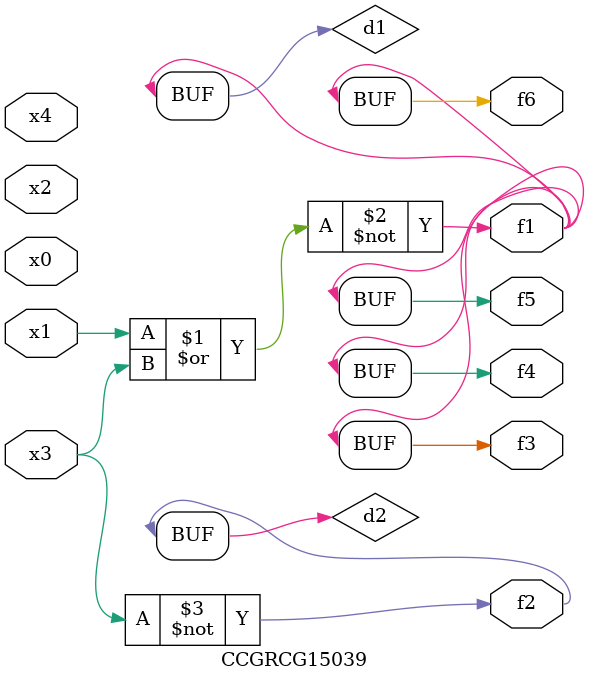
<source format=v>
module CCGRCG15039(
	input x0, x1, x2, x3, x4,
	output f1, f2, f3, f4, f5, f6
);

	wire d1, d2;

	nor (d1, x1, x3);
	not (d2, x3);
	assign f1 = d1;
	assign f2 = d2;
	assign f3 = d1;
	assign f4 = d1;
	assign f5 = d1;
	assign f6 = d1;
endmodule

</source>
